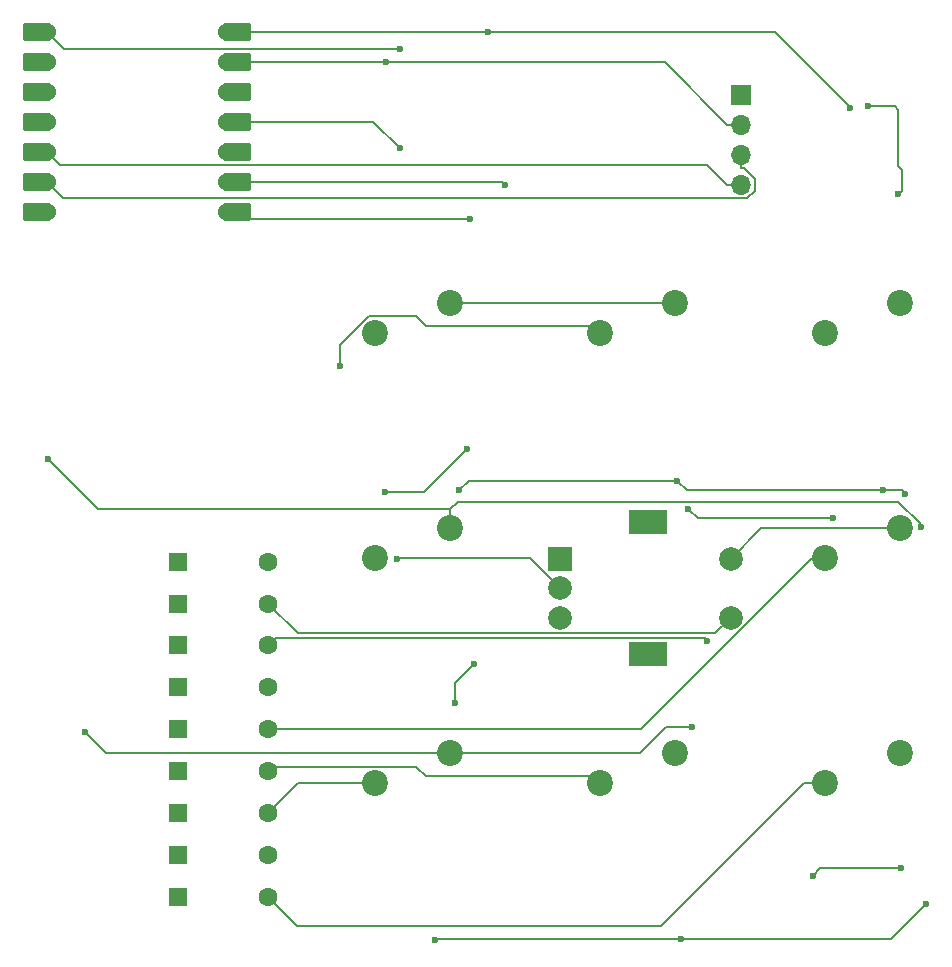
<source format=gbr>
%TF.GenerationSoftware,KiCad,Pcbnew,9.0.2*%
%TF.CreationDate,2025-07-10T19:44:47-04:00*%
%TF.ProjectId,AAPad_pcb,41415061-645f-4706-9362-2e6b69636164,rev?*%
%TF.SameCoordinates,Original*%
%TF.FileFunction,Copper,L1,Top*%
%TF.FilePolarity,Positive*%
%FSLAX46Y46*%
G04 Gerber Fmt 4.6, Leading zero omitted, Abs format (unit mm)*
G04 Created by KiCad (PCBNEW 9.0.2) date 2025-07-10 19:44:47*
%MOMM*%
%LPD*%
G01*
G04 APERTURE LIST*
G04 Aperture macros list*
%AMRoundRect*
0 Rectangle with rounded corners*
0 $1 Rounding radius*
0 $2 $3 $4 $5 $6 $7 $8 $9 X,Y pos of 4 corners*
0 Add a 4 corners polygon primitive as box body*
4,1,4,$2,$3,$4,$5,$6,$7,$8,$9,$2,$3,0*
0 Add four circle primitives for the rounded corners*
1,1,$1+$1,$2,$3*
1,1,$1+$1,$4,$5*
1,1,$1+$1,$6,$7*
1,1,$1+$1,$8,$9*
0 Add four rect primitives between the rounded corners*
20,1,$1+$1,$2,$3,$4,$5,0*
20,1,$1+$1,$4,$5,$6,$7,0*
20,1,$1+$1,$6,$7,$8,$9,0*
20,1,$1+$1,$8,$9,$2,$3,0*%
G04 Aperture macros list end*
%TA.AperFunction,ComponentPad*%
%ADD10RoundRect,0.250000X-0.550000X-0.550000X0.550000X-0.550000X0.550000X0.550000X-0.550000X0.550000X0*%
%TD*%
%TA.AperFunction,ComponentPad*%
%ADD11C,1.600000*%
%TD*%
%TA.AperFunction,ComponentPad*%
%ADD12C,2.200000*%
%TD*%
%TA.AperFunction,ComponentPad*%
%ADD13R,1.700000X1.700000*%
%TD*%
%TA.AperFunction,ComponentPad*%
%ADD14O,1.700000X1.700000*%
%TD*%
%TA.AperFunction,SMDPad,CuDef*%
%ADD15RoundRect,0.152400X1.063600X0.609600X-1.063600X0.609600X-1.063600X-0.609600X1.063600X-0.609600X0*%
%TD*%
%TA.AperFunction,ComponentPad*%
%ADD16C,1.524000*%
%TD*%
%TA.AperFunction,SMDPad,CuDef*%
%ADD17RoundRect,0.152400X-1.063600X-0.609600X1.063600X-0.609600X1.063600X0.609600X-1.063600X0.609600X0*%
%TD*%
%TA.AperFunction,ComponentPad*%
%ADD18R,2.000000X2.000000*%
%TD*%
%TA.AperFunction,ComponentPad*%
%ADD19C,2.000000*%
%TD*%
%TA.AperFunction,ComponentPad*%
%ADD20R,3.200000X2.000000*%
%TD*%
%TA.AperFunction,ViaPad*%
%ADD21C,0.600000*%
%TD*%
%TA.AperFunction,Conductor*%
%ADD22C,0.200000*%
%TD*%
G04 APERTURE END LIST*
D10*
%TO.P,D8,1,K*%
%TO.N,Row 2*%
X72390000Y-108325000D03*
D11*
%TO.P,D8,2,A*%
%TO.N,Net-(D8-A)*%
X80010000Y-108325000D03*
%TD*%
D12*
%TO.P,SW2,1,1*%
%TO.N,Col 0*%
X114458800Y-61595000D03*
%TO.P,SW2,2,2*%
%TO.N,Net-(D4-A)*%
X108108800Y-64135000D03*
%TD*%
D10*
%TO.P,D1,1,K*%
%TO.N,Row 1*%
X72390000Y-83475000D03*
D11*
%TO.P,D1,2,A*%
%TO.N,Net-(D1-A)*%
X80010000Y-83475000D03*
%TD*%
D10*
%TO.P,D5,1,K*%
%TO.N,Row 0*%
X72390000Y-97675000D03*
D11*
%TO.P,D5,2,A*%
%TO.N,Net-(D5-A)*%
X80010000Y-97675000D03*
%TD*%
D10*
%TO.P,D3,1,K*%
%TO.N,Row 1*%
X72390000Y-90575000D03*
D11*
%TO.P,D3,2,A*%
%TO.N,Net-(D3-A)*%
X80010000Y-90575000D03*
%TD*%
D10*
%TO.P,D6,1,K*%
%TO.N,Row 2*%
X72390000Y-101225000D03*
D11*
%TO.P,D6,2,A*%
%TO.N,Net-(D6-A)*%
X80010000Y-101225000D03*
%TD*%
D12*
%TO.P,SW3,1,1*%
%TO.N,Col 2*%
X133508800Y-61595000D03*
%TO.P,SW3,2,2*%
%TO.N,Net-(D3-A)*%
X127158800Y-64135000D03*
%TD*%
%TO.P,SW7,1,1*%
%TO.N,Col 1*%
X95408800Y-99695000D03*
%TO.P,SW7,2,2*%
%TO.N,Net-(D7-A)*%
X89058800Y-102235000D03*
%TD*%
%TO.P,SW4,1,1*%
%TO.N,Col 1*%
X133508800Y-80645000D03*
%TO.P,SW4,2,2*%
%TO.N,Net-(D5-A)*%
X127158800Y-83185000D03*
%TD*%
D10*
%TO.P,D9,1,K*%
%TO.N,Row 0*%
X72390000Y-111875000D03*
D11*
%TO.P,D9,2,A*%
%TO.N,Net-(D9-A)*%
X80010000Y-111875000D03*
%TD*%
D10*
%TO.P,D2,1,K*%
%TO.N,Row 1*%
X72390000Y-87025000D03*
D11*
%TO.P,D2,2,A*%
%TO.N,EC11SWB*%
X80010000Y-87025000D03*
%TD*%
D10*
%TO.P,D4,1,K*%
%TO.N,Row 0*%
X72390000Y-94125000D03*
D11*
%TO.P,D4,2,A*%
%TO.N,Net-(D4-A)*%
X80010000Y-94125000D03*
%TD*%
D13*
%TO.P,J1,1,Pin_1*%
%TO.N,VCC*%
X120008800Y-43930000D03*
D14*
%TO.P,J1,2,Pin_2*%
%TO.N,GND*%
X120008800Y-46470000D03*
%TO.P,J1,3,Pin_3*%
%TO.N,SCL*%
X120008800Y-49010000D03*
%TO.P,J1,4,Pin_4*%
%TO.N,SDA*%
X120008800Y-51550000D03*
%TD*%
D15*
%TO.P,U1,1,GPIO26/ADC0/A0*%
%TO.N,Col 0*%
X60417800Y-38629500D03*
D16*
X61252800Y-38629500D03*
D15*
%TO.P,U1,2,GPIO27/ADC1/A1*%
%TO.N,Col 1*%
X60417800Y-41169500D03*
D16*
X61252800Y-41169500D03*
D15*
%TO.P,U1,3,GPIO28/ADC2/A2*%
%TO.N,Col 2*%
X60417800Y-43709500D03*
D16*
X61252800Y-43709500D03*
D15*
%TO.P,U1,4,GPIO29/ADC3/A3*%
%TO.N,Row 0*%
X60417800Y-46249500D03*
D16*
X61252800Y-46249500D03*
D15*
%TO.P,U1,5,GPIO6/SDA*%
%TO.N,SDA*%
X60417800Y-48789500D03*
D16*
X61252800Y-48789500D03*
D15*
%TO.P,U1,6,GPIO7/SCL*%
%TO.N,SCL*%
X60417800Y-51329500D03*
D16*
X61252800Y-51329500D03*
D15*
%TO.P,U1,7,GPIO0/TX*%
%TO.N,Row 1*%
X60417800Y-53869500D03*
D16*
X61252800Y-53869500D03*
%TO.P,U1,8,GPIO1/RX*%
%TO.N,EC11B*%
X76492800Y-53869500D03*
D17*
X77327800Y-53869500D03*
D16*
%TO.P,U1,9,GPIO2/SCK*%
%TO.N,EC11A*%
X76492800Y-51329500D03*
D17*
X77327800Y-51329500D03*
D16*
%TO.P,U1,10,GPIO4/MISO*%
%TO.N,Row 2*%
X76492800Y-48789500D03*
D17*
X77327800Y-48789500D03*
D16*
%TO.P,U1,11,GPIO3/MOSI*%
%TO.N,WS2812B*%
X76492800Y-46249500D03*
D17*
X77327800Y-46249500D03*
D16*
%TO.P,U1,12,3V3*%
%TO.N,unconnected-(U1-3V3-Pad12)*%
X76492800Y-43709500D03*
D17*
X77327800Y-43709500D03*
D16*
%TO.P,U1,13,GND*%
%TO.N,GND*%
X76492800Y-41169500D03*
D17*
X77327800Y-41169500D03*
D16*
%TO.P,U1,14,VBUS*%
%TO.N,+5V*%
X76492800Y-38629500D03*
D17*
X77327800Y-38629500D03*
%TD*%
D12*
%TO.P,SW1,1,1*%
%TO.N,Col 0*%
X95408800Y-61595000D03*
%TO.P,SW1,2,2*%
%TO.N,Net-(D1-A)*%
X89058800Y-64135000D03*
%TD*%
%TO.P,SW6,1,1*%
%TO.N,Col 0*%
X114458800Y-99695000D03*
%TO.P,SW6,2,2*%
%TO.N,Net-(D6-A)*%
X108108800Y-102235000D03*
%TD*%
D18*
%TO.P,SW11,A,A*%
%TO.N,EC11A*%
X104668800Y-83225000D03*
D19*
%TO.P,SW11,B,B*%
%TO.N,EC11B*%
X104668800Y-88225000D03*
%TO.P,SW11,C,C*%
%TO.N,GND*%
X104668800Y-85725000D03*
D20*
%TO.P,SW11,MP*%
%TO.N,N/C*%
X112168800Y-80125000D03*
X112168800Y-91325000D03*
D19*
%TO.P,SW11,S1,S1*%
%TO.N,EC11SWB*%
X119168800Y-88225000D03*
%TO.P,SW11,S2,S2*%
%TO.N,Col 1*%
X119168800Y-83225000D03*
%TD*%
D10*
%TO.P,D7,1,K*%
%TO.N,Row 2*%
X72390000Y-104775000D03*
D11*
%TO.P,D7,2,A*%
%TO.N,Net-(D7-A)*%
X80010000Y-104775000D03*
%TD*%
D12*
%TO.P,SW8,1,1*%
%TO.N,Col 2*%
X95408800Y-80645000D03*
%TO.P,SW8,2,2*%
%TO.N,Net-(D8-A)*%
X89058800Y-83185000D03*
%TD*%
%TO.P,SW5,1,1*%
%TO.N,Col 2*%
X133508800Y-99695000D03*
%TO.P,SW5,2,2*%
%TO.N,Net-(D9-A)*%
X127158800Y-102235000D03*
%TD*%
D21*
%TO.N,+5V*%
X96144600Y-77445800D03*
X129272100Y-45048100D03*
X132078400Y-77445800D03*
X98557600Y-38629500D03*
X94087500Y-115546300D03*
X133924100Y-77724200D03*
X135720700Y-112432900D03*
X97381800Y-92142000D03*
X114638700Y-76634600D03*
X114949500Y-115393800D03*
X95800300Y-95485500D03*
%TO.N,GND*%
X90883100Y-83230100D03*
X89957700Y-41169500D03*
%TO.N,Net-(D3-A)*%
X117132400Y-90165900D03*
%TO.N,Net-(D4-A)*%
X86094900Y-66918000D03*
%TO.N,WS2812B*%
X126098300Y-110084300D03*
X130808800Y-44925000D03*
X115546500Y-78995100D03*
X133350000Y-52387500D03*
X127806100Y-79821400D03*
X89909000Y-77562100D03*
X133547900Y-109447400D03*
X91124500Y-48485800D03*
X96784200Y-73970600D03*
%TO.N,Col 0*%
X91124500Y-40072100D03*
%TO.N,Col 2*%
X135217600Y-80547200D03*
X61348000Y-74774400D03*
%TO.N,Col 1*%
X115874000Y-97490800D03*
X64457500Y-97939400D03*
%TO.N,EC11A*%
X100013500Y-51584500D03*
%TO.N,EC11B*%
X97050500Y-54458900D03*
%TD*%
D22*
%TO.N,+5V*%
X129264100Y-45022500D02*
X129262500Y-45022500D01*
X114949500Y-115393800D02*
X94241500Y-115393800D01*
X129265700Y-45024100D02*
X129265700Y-45025700D01*
X129268900Y-45033700D02*
X129268900Y-45035300D01*
X129272100Y-45048100D02*
X129272100Y-45046500D01*
X129267300Y-45032100D02*
X129267300Y-45033700D01*
X94241500Y-115393800D02*
X94089000Y-115546300D01*
X129270500Y-45035300D02*
X129270500Y-45036900D01*
X129265700Y-45025700D02*
X129265700Y-45027300D01*
X129265700Y-45024100D02*
X129265700Y-45025700D01*
X129273700Y-45046500D02*
X129272100Y-45046500D01*
X129268900Y-45035300D02*
X129270500Y-45035300D01*
X115449900Y-77445800D02*
X132078400Y-77445800D01*
X129272100Y-45048100D02*
X129272100Y-45049700D01*
X129265700Y-45028900D02*
X129267300Y-45028900D01*
X129264100Y-45024100D02*
X129264100Y-45025700D01*
X129270500Y-45035300D02*
X129272100Y-45035300D01*
X129270500Y-45038500D02*
X129272100Y-45038500D01*
X129268900Y-45035300D02*
X129268900Y-45033700D01*
X129262500Y-45022500D02*
X122869500Y-38629500D01*
X129267300Y-45033700D02*
X129267300Y-45032100D01*
X95800300Y-93723500D02*
X95800300Y-95485500D01*
X94089000Y-115546300D02*
X94087500Y-115546300D01*
X129264100Y-45025700D02*
X129264100Y-45024100D01*
X129267300Y-45028900D02*
X129267300Y-45030500D01*
X129272100Y-45038500D02*
X129272100Y-45040100D01*
X129268900Y-45036900D02*
X129268900Y-45035300D01*
X129267300Y-45032100D02*
X129268900Y-45032100D01*
X129272100Y-45043300D02*
X129272100Y-45044900D01*
X129264100Y-45024100D02*
X129265700Y-45024100D01*
X135720700Y-112432900D02*
X132759800Y-115393800D01*
X129272100Y-45035300D02*
X129270500Y-45035300D01*
X129265700Y-45027300D02*
X129265700Y-45025700D01*
X122869500Y-38629500D02*
X98557600Y-38629500D01*
X129264100Y-45022500D02*
X129264100Y-45024100D01*
X76492800Y-38629500D02*
X77327800Y-38629500D01*
X129272100Y-45038500D02*
X129270500Y-45038500D01*
X129265700Y-45028900D02*
X129267300Y-45028900D01*
X129272100Y-45044900D02*
X129272100Y-45043300D01*
X129272100Y-45040100D02*
X129272100Y-45041700D01*
X129265700Y-45025700D02*
X129265700Y-45024100D01*
X129265700Y-45027300D02*
X129265700Y-45028900D01*
X129268900Y-45033700D02*
X129268900Y-45032100D01*
X129267300Y-45032100D02*
X129268900Y-45032100D01*
X129268900Y-45032100D02*
X129268900Y-45033700D01*
X129262500Y-45022500D02*
X129264100Y-45022500D01*
X129267300Y-45028900D02*
X129267300Y-45030500D01*
X96955800Y-76634600D02*
X114638700Y-76634600D01*
X129267300Y-45028900D02*
X129265700Y-45028900D01*
X94087500Y-115546200D02*
X94087500Y-115546300D01*
X129272100Y-45046500D02*
X129273700Y-45046500D01*
X129270500Y-45035300D02*
X129270500Y-45036900D01*
X129267300Y-45030500D02*
X129268900Y-45030500D01*
X129265700Y-45028900D02*
X129265700Y-45027300D01*
X129270500Y-45038500D02*
X129270500Y-45036900D01*
X129270500Y-45036900D02*
X129270500Y-45038500D01*
X133645700Y-77445800D02*
X133924100Y-77724200D01*
X129267300Y-45030500D02*
X129267300Y-45028900D01*
X129267300Y-45032100D02*
X129267300Y-45030500D01*
X129265700Y-45027300D02*
X129267300Y-45027300D01*
X129265700Y-45024100D02*
X129267300Y-45024100D01*
X96144600Y-77445800D02*
X96955800Y-76634600D01*
X129268900Y-45035300D02*
X129268900Y-45036900D01*
X129272100Y-45040100D02*
X129273700Y-45040100D01*
X129272100Y-45049700D02*
X129272100Y-45048100D01*
X129265700Y-45025700D02*
X129265700Y-45027300D01*
X129270500Y-45040100D02*
X129270500Y-45038500D01*
X129272100Y-45048100D02*
X129273700Y-45048100D01*
X129264100Y-45024100D02*
X129264100Y-45022500D01*
X129267300Y-45027300D02*
X129265700Y-45027300D01*
X129272100Y-45038500D02*
X129272100Y-45040100D01*
X129272100Y-45046500D02*
X129272100Y-45048100D01*
X129268900Y-45033700D02*
X129270500Y-45033700D01*
X132759800Y-115393800D02*
X114949500Y-115393800D01*
X129270500Y-45038500D02*
X129272100Y-45038500D01*
X129272100Y-45041700D02*
X129272100Y-45043300D01*
X129273700Y-45048100D02*
X129272100Y-45048100D01*
X129262500Y-45022500D02*
X129264100Y-45022500D01*
X129270500Y-45035300D02*
X129268900Y-45035300D01*
X129264100Y-45022500D02*
X129264100Y-45024100D01*
X129270500Y-45036900D02*
X129270500Y-45035300D01*
X129272100Y-45046500D02*
X129272100Y-45044900D01*
X129265700Y-45028900D02*
X129265700Y-45030500D01*
X114638700Y-76634600D02*
X115449900Y-77445800D01*
X129272100Y-45043300D02*
X129272100Y-45041700D01*
X132078400Y-77445800D02*
X133645700Y-77445800D01*
X129268900Y-45032100D02*
X129268900Y-45033700D01*
X129267300Y-45025700D02*
X129265700Y-45025700D01*
X97381800Y-92142000D02*
X95800300Y-93723500D01*
X129268900Y-45033700D02*
X129268900Y-45035300D01*
X129270500Y-45033700D02*
X129268900Y-45033700D01*
X129272100Y-45044900D02*
X129272100Y-45046500D01*
X129267300Y-45030500D02*
X129267300Y-45032100D01*
X129272100Y-45041700D02*
X129272100Y-45043300D01*
X129267300Y-45024100D02*
X129265700Y-45024100D01*
X129268900Y-45030500D02*
X129267300Y-45030500D01*
X129267300Y-45030500D02*
X129267300Y-45032100D01*
X129268900Y-45032100D02*
X129267300Y-45032100D01*
X129272100Y-45043300D02*
X129272100Y-45044900D01*
X129272100Y-45040100D02*
X129272100Y-45041700D01*
X77327800Y-38629500D02*
X98557600Y-38629500D01*
X129265700Y-45030500D02*
X129265700Y-45028900D01*
X129272100Y-45040100D02*
X129272100Y-45038500D01*
X129273700Y-45040100D02*
X129272100Y-45040100D01*
X129270500Y-45036900D02*
X129270500Y-45038500D01*
X94087500Y-115546300D02*
X94087500Y-115546200D01*
X129272100Y-45046500D02*
X129272100Y-45048100D01*
X129270500Y-45038500D02*
X129270500Y-45040100D01*
X129265700Y-45025700D02*
X129267300Y-45025700D01*
X129272100Y-45041700D02*
X129272100Y-45040100D01*
X129268900Y-45035300D02*
X129270500Y-45035300D01*
X129265700Y-45027300D02*
X129265700Y-45028900D01*
X129272100Y-45044900D02*
X129272100Y-45046500D01*
%TO.N,GND*%
X77327800Y-41169500D02*
X89957700Y-41169500D01*
X113556600Y-41169500D02*
X118857100Y-46470000D01*
X76492800Y-41169500D02*
X77327800Y-41169500D01*
X89957700Y-41169500D02*
X113556600Y-41169500D01*
X120008800Y-46470000D02*
X118857100Y-46470000D01*
X104668800Y-85725000D02*
X102116000Y-83172200D01*
X90941000Y-83172200D02*
X90883100Y-83230100D01*
X102116000Y-83172200D02*
X90941000Y-83172200D01*
%TO.N,Row 1*%
X61252800Y-53869500D02*
X60417800Y-53869500D01*
%TO.N,EC11SWB*%
X119168800Y-88225000D02*
X117854700Y-89539100D01*
X82524100Y-89539100D02*
X80010000Y-87025000D01*
X117854700Y-89539100D02*
X82524100Y-89539100D01*
%TO.N,Net-(D3-A)*%
X116948500Y-89982000D02*
X80603000Y-89982000D01*
X80603000Y-89982000D02*
X80010000Y-90575000D01*
X117132400Y-90165900D02*
X116948500Y-89982000D01*
%TO.N,Net-(D4-A)*%
X92518800Y-62718500D02*
X88491800Y-62718500D01*
X107538800Y-63565000D02*
X93365300Y-63565000D01*
X108108800Y-64135000D02*
X107538800Y-63565000D01*
X88491800Y-62718500D02*
X86094900Y-65115400D01*
X86094900Y-65115400D02*
X86094900Y-66918000D01*
X93365300Y-63565000D02*
X92518800Y-62718500D01*
%TO.N,unconnected-(U1-3V3-Pad12)*%
X77327800Y-43709500D02*
X76492800Y-43709500D01*
%TO.N,Row 0*%
X61252800Y-46249500D02*
X60417800Y-46249500D01*
%TO.N,Net-(D5-A)*%
X80010000Y-97675000D02*
X111562600Y-97675000D01*
X126052600Y-83185000D02*
X127158800Y-83185000D01*
X111562600Y-97675000D02*
X126052600Y-83185000D01*
%TO.N,Net-(D6-A)*%
X107538800Y-101665000D02*
X108108800Y-102235000D01*
X80401700Y-100833300D02*
X92533600Y-100833300D01*
X80010000Y-101225000D02*
X80401700Y-100833300D01*
X92533600Y-100833300D02*
X93365300Y-101665000D01*
X93365300Y-101665000D02*
X107538800Y-101665000D01*
%TO.N,Row 2*%
X77327800Y-48789500D02*
X76492800Y-48789500D01*
%TO.N,Net-(D7-A)*%
X80010000Y-104775000D02*
X82550000Y-102235000D01*
X82550000Y-102235000D02*
X89058800Y-102235000D01*
%TO.N,Net-(D9-A)*%
X125329300Y-102235000D02*
X127158800Y-102235000D01*
X80010000Y-111875000D02*
X82459600Y-114324600D01*
X113239700Y-114324600D02*
X125329300Y-102235000D01*
X82459600Y-114324600D02*
X113239700Y-114324600D01*
%TO.N,WS2812B*%
X77327800Y-46249500D02*
X88888200Y-46249500D01*
X130808800Y-44925000D02*
X133031250Y-44925000D01*
X133350000Y-45243750D02*
X133350000Y-50006250D01*
X88888200Y-46249500D02*
X91124500Y-48485800D01*
X76492800Y-46249500D02*
X77327800Y-46249500D01*
X133668750Y-52068750D02*
X133350000Y-52387500D01*
X133031250Y-44925000D02*
X133350000Y-45243750D01*
X126735200Y-109447400D02*
X126098300Y-110084300D01*
X116372800Y-79821400D02*
X115546500Y-78995100D01*
X133668750Y-50325000D02*
X133668750Y-52068750D01*
X93192700Y-77562100D02*
X89909000Y-77562100D01*
X133547900Y-109447400D02*
X126735200Y-109447400D01*
X127806100Y-79821400D02*
X116372800Y-79821400D01*
X96784200Y-73970600D02*
X93192700Y-77562100D01*
X133350000Y-50006250D02*
X133668750Y-50325000D01*
%TO.N,SDA*%
X61252800Y-48789500D02*
X60417800Y-48789500D01*
X118857100Y-51550000D02*
X117166600Y-49859500D01*
X62322800Y-49859500D02*
X61252800Y-48789500D01*
X120008800Y-51550000D02*
X118857100Y-51550000D01*
X117166600Y-49859500D02*
X62322800Y-49859500D01*
%TO.N,SCL*%
X121178100Y-52058100D02*
X121178100Y-51062500D01*
X61252800Y-51329500D02*
X62642800Y-52719500D01*
X120277300Y-50161700D02*
X120008800Y-50161700D01*
X60417800Y-51329500D02*
X61252800Y-51329500D01*
X120008800Y-49010000D02*
X120008800Y-50161700D01*
X120516700Y-52719500D02*
X121178100Y-52058100D01*
X121178100Y-51062500D02*
X120277300Y-50161700D01*
X62642800Y-52719500D02*
X120516700Y-52719500D01*
%TO.N,Col 0*%
X114458800Y-61595000D02*
X95408800Y-61595000D01*
X61252800Y-38629500D02*
X62695400Y-40072100D01*
X62695400Y-40072100D02*
X91124500Y-40072100D01*
X60417800Y-38629500D02*
X61252800Y-38629500D01*
%TO.N,Col 2*%
X65598600Y-79025000D02*
X61348000Y-74774400D01*
X135217600Y-80547200D02*
X135217600Y-80317600D01*
X96040400Y-78393400D02*
X95408800Y-79025000D01*
X135217600Y-80317600D02*
X133293400Y-78393400D01*
X133293400Y-78393400D02*
X96040400Y-78393400D01*
X95408800Y-79025000D02*
X95408800Y-80645000D01*
X60417800Y-43709500D02*
X61252800Y-43709500D01*
X95408800Y-79025000D02*
X65598600Y-79025000D01*
%TO.N,Col 1*%
X66213100Y-99695000D02*
X95408800Y-99695000D01*
X133508800Y-80645000D02*
X121748800Y-80645000D01*
X121748800Y-80645000D02*
X119168800Y-83225000D01*
X115874000Y-97490800D02*
X113643000Y-97490800D01*
X61252800Y-41169500D02*
X60417800Y-41169500D01*
X64457500Y-97939400D02*
X66213100Y-99695000D01*
X111438800Y-99695000D02*
X95408800Y-99695000D01*
X113643000Y-97490800D02*
X111438800Y-99695000D01*
%TO.N,EC11A*%
X99760000Y-51331000D02*
X100013500Y-51584500D01*
X77327800Y-51329500D02*
X99758500Y-51329500D01*
X99760000Y-51331000D02*
X100013500Y-51584500D01*
X99758500Y-51329500D02*
X99760000Y-51331000D01*
X76492800Y-51329500D02*
X77327800Y-51329500D01*
X100013500Y-51584500D02*
X99760000Y-51331000D01*
%TO.N,EC11B*%
X77327800Y-53869500D02*
X76492800Y-53869500D01*
X77917200Y-54458900D02*
X77327800Y-53869500D01*
X97050500Y-54458900D02*
X77917200Y-54458900D01*
%TD*%
M02*

</source>
